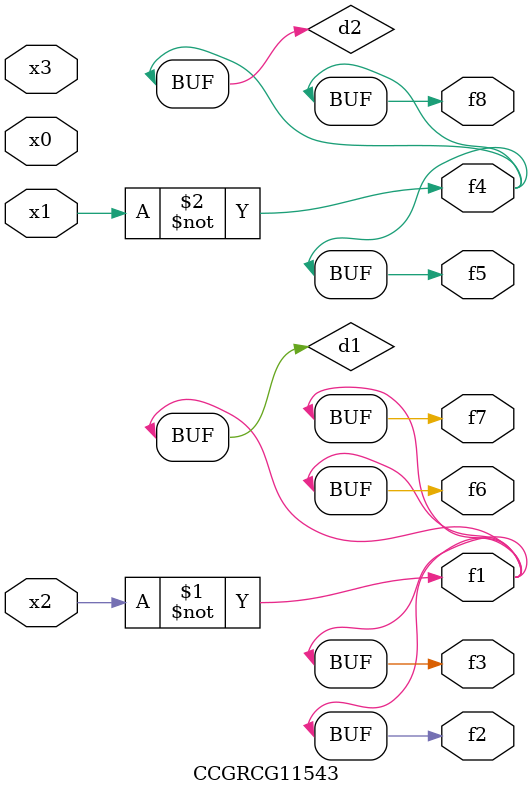
<source format=v>
module CCGRCG11543(
	input x0, x1, x2, x3,
	output f1, f2, f3, f4, f5, f6, f7, f8
);

	wire d1, d2;

	xnor (d1, x2);
	not (d2, x1);
	assign f1 = d1;
	assign f2 = d1;
	assign f3 = d1;
	assign f4 = d2;
	assign f5 = d2;
	assign f6 = d1;
	assign f7 = d1;
	assign f8 = d2;
endmodule

</source>
